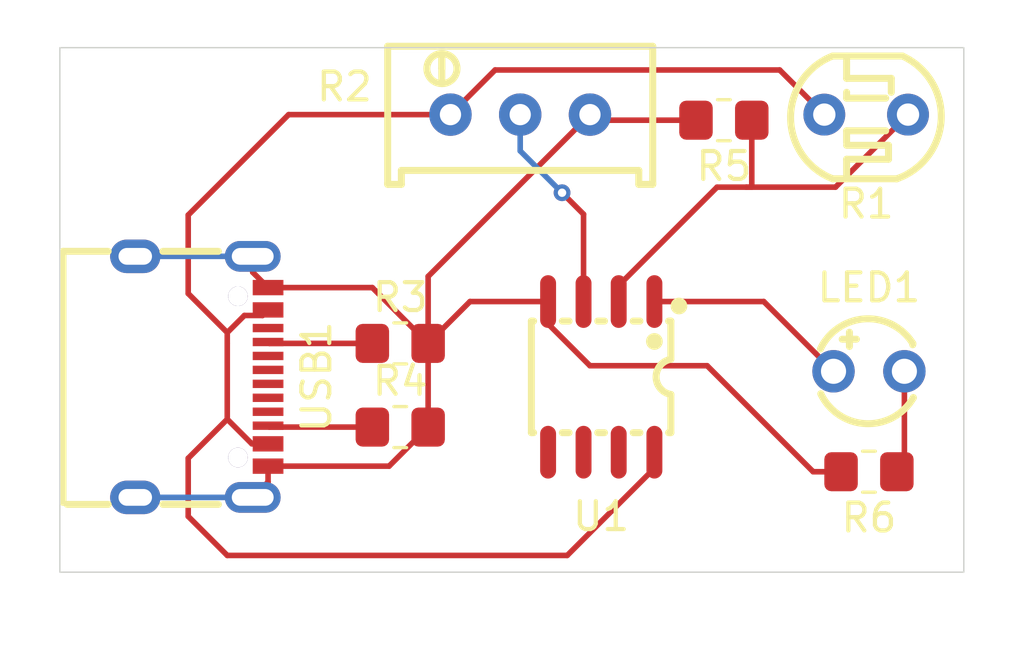
<source format=kicad_pcb>
(kicad_pcb (version 20240108) (generator "pcbnew") (generator_version "8.0")
  (layers (0 "F.Cu" signal) (31 "B.Cu" signal) (34 "B.Paste" user) (35 "F.Paste" user) (36 "B.SilkS" user "B.Silkscreen") (37 "F.SilkS" user "F.Silkscreen") (38 "B.Mask" user) (39 "F.Mask" user) (44 "Edge.Cuts" user))
  (net 0 "")
  (net 1 "Net-(LED1-K)")
  (net 2 "Net-(LED1-A)")
  (net 3 "+5V")
  (net 4 "Net-(U1--IN1)")
  (net 5 "GND")
  (net 6 "Net-(U1-+IN1)")
  (net 7 "Net-(USB1-CC1)")
  (net 8 "Net-(USB1-CC2)")
  (footprint "Resistor_SMD:R_0805_2012Metric_Pad1.20x1.40mm_HandSolder" (layer "F.Cu") (at 35.2 31.6)
    (property "Reference" "R4" (at 0 -1.65 0) (layer "F.SilkS"))
    (property "Value" "5.1K")
    (fp_line (start -0.227064 -0.735) (end 0.227064 -0.735) (stroke (width 0.12)) (layer "F.SilkS"))
    (fp_line (start -0.227064 0.735) (end 0.227064 0.735) (stroke (width 0.12)) (layer "F.SilkS"))
    (pad "1" smd roundrect (at -1 0) (size 1.2 1.4) (layers "F.Cu" "F.Paste" "F.Mask") (roundrect_rratio 0.208333) (net 8 "Net-(USB1-CC2)"))
    (pad "2" smd roundrect (at 1 0) (size 1.2 1.4) (layers "F.Cu" "F.Paste" "F.Mask") (roundrect_rratio 0.208333) (net 5 "GND"))
  )
  (footprint "Rocketry_Easyeda:RES-TH_L5.1-W4.3-P3.00-D0.5" (layer "F.Cu") (at 51.9 20.4)
    (property "Reference" "R1" (at 0 3.2 0) (layer "F.SilkS"))
    (property "Value" "GL5506(4-7K)")
    (fp_line (start -0.7 -2.1) (end -0.7 -1.3) (stroke (width 0.25)) (layer "F.SilkS"))
    (fp_line (start -0.7 -1.3) (end 0.9 -1.3) (stroke (width 0.25)) (layer "F.SilkS"))
    (fp_line (start -0.7 -0.8) (end -0.7 -0.59) (stroke (width 0.25)) (layer "F.SilkS"))
    (fp_line (start -0.7 -0.59) (end 0.7 -0.59) (stroke (width 0.25)) (layer "F.SilkS"))
    (fp_line (start -0.7 0.58) (end -0.7 1) (stroke (width 0.25)) (layer "F.SilkS"))
    (fp_line (start -0.7 0.58) (end 0.7 0.58) (stroke (width 0.25)) (layer "F.SilkS"))
    (fp_line (start -0.7 1.6) (end -0.7 2.3) (stroke (width 0.25)) (layer "F.SilkS"))
    (fp_line (start -0.7 1.6) (end 0.8 1.6) (stroke (width 0.25)) (layer "F.SilkS"))
    (fp_line (start 0.8 1.1) (end -0.7 1.1) (stroke (width 0.25)) (layer "F.SilkS"))
    (fp_line (start 0.8 1.1) (end 0.8 1.6) (stroke (width 0.25)) (layer "F.SilkS"))
    (fp_line (start 0.9 -1.3) (end 0.9 -0.8) (stroke (width 0.25)) (layer "F.SilkS"))
    (fp_line (start 1.1 2.3) (end -1.2 2.3) (stroke (width 0.25)) (layer "F.SilkS"))
    (fp_line (start 1.3 -2.1) (end -1.2 -2.1) (stroke (width 0.25)) (layer "F.SilkS"))
    (fp_arc (start -1.2 2.3) (mid -2.708492 0.103922) (end -1.207312 -2.097161) (stroke (width 0.25)) (layer "F.SilkS"))
    (fp_arc (start 1.3 -2.1) (mid 2.689249 0.172517) (end 1.090891 2.303151) (stroke (width 0.25)) (layer "F.SilkS"))
    (pad "1" thru_hole circle (at -1.5 0) (size 1.5 1.5) (drill 0.799998) (layers "*.Cu" "*.Mask") (net 3 "+5V"))
    (pad "2" thru_hole circle (at 1.5 0) (size 1.5 1.5) (drill 0.799998) (layers "*.Cu" "*.Mask") (net 4 "Net-(U1--IN1)"))
  )
  (footprint "Resistor_SMD:R_0805_2012Metric_Pad1.20x1.40mm_HandSolder" (layer "F.Cu") (at 52 33.2 180)
    (property "Reference" "R6" (at 0 -1.65 360) (layer "F.SilkS"))
    (property "Value" "1k")
    (fp_line (start -0.227064 0.735) (end 0.227064 0.735) (stroke (width 0.12)) (layer "F.SilkS"))
    (fp_line (start -0.227064 -0.735) (end 0.227064 -0.735) (stroke (width 0.12)) (layer "F.SilkS"))
    (pad "1" smd roundrect (at -1 0 180) (size 1.2 1.4) (layers "F.Cu" "F.Paste" "F.Mask") (roundrect_rratio 0.208333) (net 1 "Net-(LED1-K)"))
    (pad "2" smd roundrect (at 1 0 180) (size 1.2 1.4) (layers "F.Cu" "F.Paste" "F.Mask") (roundrect_rratio 0.208333) (net 5 "GND"))
  )
  (footprint "Resistor_SMD:R_0805_2012Metric_Pad1.20x1.40mm_HandSolder" (layer "F.Cu") (at 46.8 20.6 180)
    (property "Reference" "R5" (at 0 -1.65 360) (layer "F.SilkS"))
    (property "Value" "51K")
    (fp_line (start -0.227064 0.735) (end 0.227064 0.735) (stroke (width 0.12)) (layer "F.SilkS"))
    (fp_line (start -0.227064 -0.735) (end 0.227064 -0.735) (stroke (width 0.12)) (layer "F.SilkS"))
    (pad "1" smd roundrect (at -1 0 180) (size 1.2 1.4) (layers "F.Cu" "F.Paste" "F.Mask") (roundrect_rratio 0.208333) (net 4 "Net-(U1--IN1)"))
    (pad "2" smd roundrect (at 1 0 180) (size 1.2 1.4) (layers "F.Cu" "F.Paste" "F.Mask") (roundrect_rratio 0.208333) (net 5 "GND"))
  )
  (footprint "Resistor_SMD:R_0805_2012Metric_Pad1.20x1.40mm_HandSolder" (layer "F.Cu") (at 35.2 28.6)
    (property "Reference" "R3" (at 0 -1.65 0) (layer "F.SilkS"))
    (property "Value" "5.1K")
    (fp_line (start -0.227064 -0.735) (end 0.227064 -0.735) (stroke (width 0.12)) (layer "F.SilkS"))
    (fp_line (start -0.227064 0.735) (end 0.227064 0.735) (stroke (width 0.12)) (layer "F.SilkS"))
    (pad "1" smd roundrect (at -1 0) (size 1.2 1.4) (layers "F.Cu" "F.Paste" "F.Mask") (roundrect_rratio 0.208333) (net 7 "Net-(USB1-CC1)"))
    (pad "2" smd roundrect (at 1 0) (size 1.2 1.4) (layers "F.Cu" "F.Paste" "F.Mask") (roundrect_rratio 0.208333) (net 5 "GND"))
  )
  (footprint "Rocketry_Easyeda:SO-8_L4.9-W3.9-P1.27-LS5.9-BL" (layer "F.Cu") (at 42.4 29.8 180)
    (property "Reference" "U1" (at 0 -5 360) (layer "F.SilkS"))
    (property "Value" "LM293DT")
    (fp_line (start 2.5 -2) (end 2.5 2) (stroke (width 0.25)) (layer "F.SilkS"))
    (fp_line (start 2.42 2) (end 2.5 2) (stroke (width 0.25)) (layer "F.SilkS"))
    (fp_line (start 2.42 -2) (end 2.5 -2) (stroke (width 0.25)) (layer "F.SilkS"))
    (fp_line (start 1.15 2) (end 1.39 2) (stroke (width 0.25)) (layer "F.SilkS"))
    (fp_line (start 1.15 -2) (end 1.39 -2) (stroke (width 0.25)) (layer "F.SilkS"))
    (fp_line (start -0.12 2) (end 0.12 2) (stroke (width 0.25)) (layer "F.SilkS"))
    (fp_line (start -0.12 -2) (end 0.12 -2) (stroke (width 0.25)) (layer "F.SilkS"))
    (fp_line (start -1.39 2) (end -1.15 2) (stroke (width 0.25)) (layer "F.SilkS"))
    (fp_line (start -1.39 -2) (end -1.15 -2) (stroke (width 0.25)) (layer "F.SilkS"))
    (fp_line (start -2.5 2) (end -2.42 2) (stroke (width 0.25)) (layer "F.SilkS"))
    (fp_line (start -2.5 2) (end -2.5 0.63) (stroke (width 0.25)) (layer "F.SilkS"))
    (fp_line (start -2.5 -2) (end -2.42 -2) (stroke (width 0.25)) (layer "F.SilkS"))
    (fp_line (start -2.5 -2) (end -2.5 -0.63) (stroke (width 0.25)) (layer "F.SilkS"))
    (fp_arc (start -2.5 -0.63) (mid -1.970474 -0.002632) (end -2.494818 0.629073) (stroke (width 0.25)) (layer "F.SilkS"))
    (fp_circle (center -1.91 1.27) (end -1.76 1.27) (stroke (width 0.3)) (fill none) (layer "F.SilkS"))
    (fp_circle (center -2.79 2.54) (end -2.64 2.54) (stroke (width 0.3)) (fill none) (layer "F.SilkS"))
    (pad "1" smd oval (at -1.91 2.7 180) (size 0.57 1.89) (layers "F.Cu" "F.Paste" "F.Mask") (net 2 "Net-(LED1-A)"))
    (pad "2" smd oval (at -0.63 2.7 180) (size 0.57 1.89) (layers "F.Cu" "F.Paste" "F.Mask") (net 4 "Net-(U1--IN1)"))
    (pad "3" smd oval (at 0.63 2.7 180) (size 0.57 1.89) (layers "F.Cu" "F.Paste" "F.Mask") (net 6 "Net-(U1-+IN1)"))
    (pad "4" smd oval (at 1.9 2.7 180) (size 0.57 1.89) (layers "F.Cu" "F.Paste" "F.Mask") (net 5 "GND"))
    (pad "5" smd oval (at 1.9 -2.7 180) (size 0.57 1.89) (layers "F.Cu" "F.Paste" "F.Mask"))
    (pad "6" smd oval (at 0.63 -2.7 180) (size 0.57 1.89) (layers "F.Cu" "F.Paste" "F.Mask"))
    (pad "7" smd oval (at -0.63 -2.7 180) (size 0.57 1.89) (layers "F.Cu" "F.Paste" "F.Mask"))
    (pad "8" smd oval (at -1.91 -2.7 180) (size 0.57 1.89) (layers "F.Cu" "F.Paste" "F.Mask") (net 3 "+5V"))
  )
  (footprint "Rocketry_Easyeda:USB-C-SMD_TYPE-C-6PIN-2MD-073" (layer "F.Cu") (at 28.0825 29.8 -90)
    (property "Reference" "USB1" (at 0 -4.1175 90) (layer "F.SilkS"))
    (property "Value" "TYPE-C 16PIN 2MD(073)")
    (fp_line (start -4.5 4.97) (end -4.5 3.35) (stroke (width 0.25)) (layer "F.SilkS"))
    (fp_line (start 4.5 4.97) (end -4.5 4.97) (stroke (width 0.25)) (layer "F.SilkS"))
    (fp_line (start 4.57 4.82) (end 4.57 3.35) (stroke (width 0.25)) (layer "F.SilkS"))
    (fp_line (start -4.5 1.39) (end -4.5 -0.6) (stroke (width 0.25)) (layer "F.SilkS"))
    (fp_line (start 4.57 1.39) (end 4.57 -0.6) (stroke (width 0.25)) (layer "F.SilkS"))
    (pad "" thru_hole circle (at -2.89 -1.3 270) (size 0.7 0.7) (drill 0.7) (layers "*.Cu" "*.Mask"))
    (pad "" thru_hole circle (at 2.89 -1.3 270) (size 0.7 0.7) (drill 0.7) (layers "*.Cu" "*.Mask"))
    (pad "1" smd rect (at -3.2 -2.38 270) (size 0.55 1.1) (layers "F.Cu" "F.Paste" "F.Mask") (net 5 "GND"))
    (pad "2" smd rect (at -2.4 -2.38 270) (size 0.55 1.1) (layers "F.Cu" "F.Paste" "F.Mask") (net 3 "+5V"))
    (pad "3" smd rect (at -1.75 -2.38 270) (size 0.3 1.1) (layers "F.Cu" "F.Paste" "F.Mask"))
    (pad "4" smd rect (at -1.25 -2.38 270) (size 0.3 1.1) (layers "F.Cu" "F.Paste" "F.Mask") (net 7 "Net-(USB1-CC1)"))
    (pad "5" smd rect (at -0.75 -2.38 270) (size 0.3 1.1) (layers "F.Cu" "F.Paste" "F.Mask"))
    (pad "6" smd rect (at -0.25 -2.38 270) (size 0.3 1.1) (layers "F.Cu" "F.Paste" "F.Mask"))
    (pad "7" smd rect (at 0.25 -2.38 270) (size 0.3 1.1) (layers "F.Cu" "F.Paste" "F.Mask"))
    (pad "8" smd rect (at 0.75 -2.38 270) (size 0.3 1.1) (layers "F.Cu" "F.Paste" "F.Mask"))
    (pad "9" smd rect (at 1.25 -2.38 270) (size 0.3 1.1) (layers "F.Cu" "F.Paste" "F.Mask"))
    (pad "10" smd rect (at 1.75 -2.38 270) (size 0.3 1.1) (layers "F.Cu" "F.Paste" "F.Mask") (net 8 "Net-(USB1-CC2)"))
    (pad "11" smd rect (at 2.4 -2.38 270) (size 0.55 1.1) (layers "F.Cu" "F.Paste" "F.Mask") (net 3 "+5V"))
    (pad "12" smd rect (at 3.2 -2.38 270) (size 0.55 1.1) (layers "F.Cu" "F.Paste" "F.Mask") (net 5 "GND"))
    (pad "13" thru_hole oval (at -4.32 -1.83 270) (size 1.1 2) (drill oval 0.599999 1.499997) (layers "*.Cu" "*.Mask") (net 5 "GND"))
    (pad "13" thru_hole oval (at -4.32 2.38 270) (size 1.2 1.8) (drill oval 0.599999 1.199998) (layers "*.Cu" "*.Mask") (net 5 "GND"))
    (pad "14" thru_hole oval (at 4.32 -1.83 270) (size 1.1 2) (drill oval 0.599999 1.500022) (layers "*.Cu" "*.Mask") (net 5 "GND"))
    (pad "14" thru_hole oval (at 4.32 2.38 270) (size 1.2 1.8) (drill oval 0.599999 1.199998) (layers "*.Cu" "*.Mask") (net 5 "GND"))
  )
  (footprint "Rocketry_Easyeda:RES-ADJ-TH_3P-L10.0-W10.0-P2.50-L" (layer "F.Cu") (at 39.5 20.4)
    (property "Reference" "R2" (at -6.3 -1 0) (layer "F.SilkS"))
    (property "Value" "3296W-1-103")
    (fp_line (start -4.75 -2.45) (end -4.75 2.45) (stroke (width 0.25)) (layer "F.SilkS"))
    (fp_line (start -4.75 -2.45) (end 4.75 -2.45) (stroke (width 0.25)) (layer "F.SilkS"))
    (fp_line (start -4.75 2.45) (end -4.75 2.5) (stroke (width 0.25)) (layer "F.SilkS"))
    (fp_line (start -4.75 2.5) (end -4.26 2.5) (stroke (width 0.25)) (layer "F.SilkS"))
    (fp_line (start -4.26 2) (end 4.25 2) (stroke (width 0.25)) (layer "F.SilkS"))
    (fp_line (start -4.26 2.5) (end -4.26 2) (stroke (width 0.25)) (layer "F.SilkS"))
    (fp_line (start -2.81 -2.03) (end -2.81 -1.65) (stroke (width 0.25)) (layer "F.SilkS"))
    (fp_line (start -2.81 -1.65) (end -2.81 -2.03) (stroke (width 0.25)) (layer "F.SilkS"))
    (fp_line (start -2.81 -1.27) (end -2.81 -1.65) (stroke (width 0.25)) (layer "F.SilkS"))
    (fp_line (start 4.25 2) (end 4.25 2.5) (stroke (width 0.25)) (layer "F.SilkS"))
    (fp_line (start 4.25 2.5) (end 4.75 2.5) (stroke (width 0.25)) (layer "F.SilkS"))
    (fp_line (start 4.75 2.45) (end 4.75 -2.45) (stroke (width 0.25)) (layer "F.SilkS"))
    (fp_line (start 4.75 2.5) (end 4.75 2.45) (stroke (width 0.25)) (layer "F.SilkS"))
    (fp_arc (start -2.8 -2.19) (mid -2.795005 -1.110023) (end -2.80999 -2.189908) (stroke (width 0.25)) (layer "F.SilkS"))
    (pad "1" thru_hole circle (at -2.5 0) (size 1.52 1.52) (drill 0.762) (layers "*.Cu" "*.Mask") (net 3 "+5V"))
    (pad "2" thru_hole circle (at 0 0) (size 1.52 1.52) (drill 0.762) (layers "*.Cu" "*.Mask") (net 6 "Net-(U1-+IN1)"))
    (pad "3" thru_hole circle (at 2.5 0) (size 1.52 1.52) (drill 0.762) (layers "*.Cu" "*.Mask") (net 5 "GND"))
  )
  (footprint "Rocketry_Easyeda:LED-TH_BD3.8-P2.54-FD_GREEN" (layer "F.Cu") (at 52 29.6)
    (property "Reference" "LED1" (at 0 -3 0) (layer "F.SilkS"))
    (property "Value" "XL-302UGD")
    (fp_line (start -0.96 -1.15) (end -0.45 -1.15) (stroke (width 0.25)) (layer "F.SilkS"))
    (fp_line (start -0.7 -1.4) (end -0.7 -0.89) (stroke (width 0.25)) (layer "F.SilkS"))
    (fp_line (start 1.57 -1) (end 1.57 -0.95) (stroke (width 0.25)) (layer "F.SilkS"))
    (fp_line (start 1.59 0.95) (end 1.59 0.94) (stroke (width 0.25)) (layer "F.SilkS"))
    (fp_arc (start -1.74 -0.8) (mid -0.140199 -1.87893) (end 1.57421 -0.993349) (stroke (width 0.25)) (layer "F.SilkS"))
    (fp_arc (start 1.59 0.95) (mid -0.112022 1.876212) (end -1.726723 0.805003) (stroke (width 0.25)) (layer "F.SilkS"))
    (pad "1" thru_hole circle (at -1.27 0) (size 1.52 1.52) (drill 0.900024) (layers "*.Cu" "*.Mask") (net 2 "Net-(LED1-A)"))
    (pad "2" thru_hole circle (at 1.27 0) (size 1.52 1.52) (drill 0.900024) (layers "*.Cu" "*.Mask") (net 1 "Net-(LED1-K)"))
  )
  (gr_rect (start 23 18) (end 55.4 36.8) (stroke (width 0.05)) (fill none) (layer "Edge.Cuts"))
  (segment (start 53.27 32.93) (end 53 33.2) (width 0.2) (layer "F.Cu") (net 1))
  (segment (start 53.27 29.6) (end 53.27 32.93) (width 0.2) (layer "F.Cu") (net 1))
  (segment (start 48.23 27.1) (end 44.31 27.1) (width 0.2) (layer "F.Cu") (net 2))
  (segment (start 50.73 29.6) (end 48.23 27.1) (width 0.2) (layer "F.Cu") (net 2))
  (segment (start 29 28.2125) (end 27.6 26.8125) (width 0.2) (layer "F.Cu") (net 3))
  (segment (start 30.4625 27.4) (end 30.2625 27.6) (width 0.2) (layer "F.Cu") (net 3))
  (segment (start 44.31 33.075) (end 41.185 36.2) (width 0.2) (layer "F.Cu") (net 3))
  (segment (start 29.6125 27.6) (end 29 28.2125) (width 0.2) (layer "F.Cu") (net 3))
  (segment (start 27.6 34.8) (end 27.6 32.717551) (width 0.2) (layer "F.Cu") (net 3))
  (segment (start 50.4 20.4) (end 48.8 18.8) (width 0.2) (layer "F.Cu") (net 3))
  (segment (start 27.6 26.8125) (end 27.6 24) (width 0.2) (layer "F.Cu") (net 3))
  (segment (start 31.2 20.4) (end 37 20.4) (width 0.2) (layer "F.Cu") (net 3))
  (segment (start 29 36.2) (end 27.6 34.8) (width 0.2) (layer "F.Cu") (net 3))
  (segment (start 41.185 36.2) (end 29 36.2) (width 0.2) (layer "F.Cu") (net 3))
  (segment (start 29.882449 32.2) (end 30.4625 32.2) (width 0.2) (layer "F.Cu") (net 3))
  (segment (start 29 31.317551) (end 29.882449 32.2) (width 0.2) (layer "F.Cu") (net 3))
  (segment (start 29 28.6) (end 29 31.317551) (width 0.2) (layer "F.Cu") (net 3))
  (segment (start 29 28.2125) (end 29 28.6) (width 0.2) (layer "F.Cu") (net 3))
  (segment (start 27.6 32.717551) (end 29 31.317551) (width 0.2) (layer "F.Cu") (net 3))
  (segment (start 38.6 18.8) (end 37 20.4) (width 0.2) (layer "F.Cu") (net 3))
  (segment (start 27.6 24) (end 31.2 20.4) (width 0.2) (layer "F.Cu") (net 3))
  (segment (start 48.8 18.8) (end 38.6 18.8) (width 0.2) (layer "F.Cu") (net 3))
  (segment (start 30.2625 27.6) (end 29.6125 27.6) (width 0.2) (layer "F.Cu") (net 3))
  (segment (start 44.31 32.5) (end 44.31 33.075) (width 0.2) (layer "F.Cu") (net 3))
  (segment (start 50.8 23) (end 47.6 23) (width 0.2) (layer "F.Cu") (net 4))
  (segment (start 47.8 20.6) (end 47.8 23) (width 0.2) (layer "F.Cu") (net 4))
  (segment (start 47.8 23) (end 47.6 23) (width 0.2) (layer "F.Cu") (net 4))
  (segment (start 53.4 20.4) (end 50.8 23) (width 0.2) (layer "F.Cu") (net 4))
  (segment (start 47.6 23) (end 46.555 23) (width 0.2) (layer "F.Cu") (net 4))
  (segment (start 43.03 26.525) (end 43.03 27.1) (width 0.2) (layer "F.Cu") (net 4))
  (segment (start 46.555 23) (end 43.03 26.525) (width 0.2) (layer "F.Cu") (net 4))
  (segment (start 40.5 27.1) (end 40.5 27.9) (width 0.2) (layer "F.Cu") (net 5))
  (segment (start 36.2 28.6) (end 36.2 26.2) (width 0.2) (layer "F.Cu") (net 5))
  (segment (start 40.5 27.9) (end 42 29.4) (width 0.2) (layer "F.Cu") (net 5))
  (segment (start 34.8 33) (end 30.4625 33) (width 0.2) (layer "F.Cu") (net 5))
  (segment (start 42 29.4) (end 46.2 29.4) (width 0.2) (layer "F.Cu") (net 5))
  (segment (start 42.2 20.6) (end 42 20.4) (width 0.2) (layer "F.Cu") (net 5))
  (segment (start 30.4625 33.57) (end 29.9125 34.12) (width 0.2) (layer "F.Cu") (net 5))
  (segment (start 46.2 29.4) (end 50 33.2) (width 0.2) (layer "F.Cu") (net 5))
  (segment (start 36.2 31.6) (end 36.2 28.6) (width 0.2) (layer "F.Cu") (net 5))
  (segment (start 50 33.2) (end 51 33.2) (width 0.2) (layer "F.Cu") (net 5))
  (segment (start 40.5 27.1) (end 37.7 27.1) (width 0.2) (layer "F.Cu") (net 5))
  (segment (start 36.2 26.2) (end 42 20.4) (width 0.2) (layer "F.Cu") (net 5))
  (segment (start 34.2 26.6) (end 36.2 28.6) (width 0.2) (layer "F.Cu") (net 5))
  (segment (start 45.8 20.6) (end 42.2 20.6) (width 0.2) (layer "F.Cu") (net 5))
  (segment (start 29.9125 26.05) (end 30.4625 26.6) (width 0.2) (layer "F.Cu") (net 5))
  (segment (start 37.7 27.1) (end 36.2 28.6) (width 0.2) (layer "F.Cu") (net 5))
  (segment (start 36.2 31.6) (end 34.8 33) (width 0.2) (layer "F.Cu") (net 5))
  (segment (start 30.4625 33) (end 30.4625 33.57) (width 0.2) (layer "F.Cu") (net 5))
  (segment (start 29.9125 25.48) (end 29.9125 26.05) (width 0.2) (layer "F.Cu") (net 5))
  (segment (start 30.4625 26.6) (end 34.2 26.6) (width 0.2) (layer "F.Cu") (net 5))
  (segment (start 29.9125 34.12) (end 25.7025 34.12) (width 0.2) (layer "B.Cu") (net 5))
  (segment (start 25.7025 25.48) (end 29.9125 25.48) (width 0.2) (layer "B.Cu") (net 5))
  (segment (start 41.77 27.1) (end 41.77 23.97) (width 0.2) (layer "F.Cu") (net 6))
  (segment (start 41.77 23.97) (end 41 23.2) (width 0.2) (layer "F.Cu") (net 6))
  (via (at 41 23.2) (size 0.6) (drill 0.3) (layers "F.Cu" "B.Cu") (net 6))
  (segment (start 39.5 21.7) (end 39.5 20.4) (width 0.2) (layer "B.Cu") (net 6))
  (segment (start 41 23.2) (end 39.5 21.7) (width 0.2) (layer "B.Cu") (net 6))
  (segment (start 34.2 28.6) (end 30.5125 28.6) (width 0.2) (layer "F.Cu") (net 7))
  (segment (start 30.5125 28.6) (end 30.4625 28.55) (width 0.2) (layer "F.Cu") (net 7))
  (segment (start 34.2 31.6) (end 30.5125 31.6) (width 0.2) (layer "F.Cu") (net 8))
  (segment (start 30.5125 31.6) (end 30.4625 31.55) (width 0.2) (layer "F.Cu") (net 8))
)
</source>
